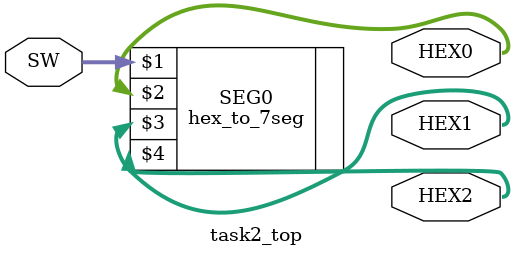
<source format=v>
module task2_top (SW, HEX0, HEX1, HEX2);

    input [9:0] SW;
    output [6:0] HEX0;
    output [6:0] HEX1;
    output [6:0] HEX2;

    hex_to_7seg SEG0 (SW, HEX0, HEX1, HEX2);

endmodule
</source>
